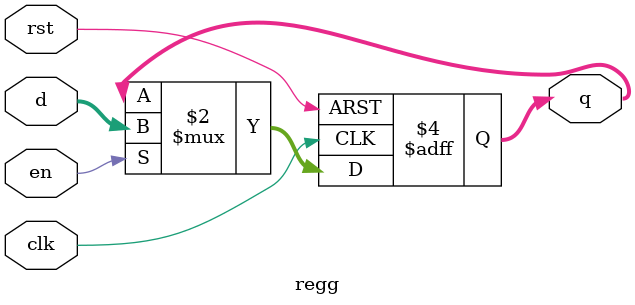
<source format=sv>
module regg #(
    parameter WIDTH = 16
)(
    input  logic               clk,
    input  logic               rst,
    input  logic               en,
    input  logic [WIDTH-1:0]   d,
    output logic [WIDTH-1:0]   q
);
    always_ff @(posedge clk or posedge rst) begin
        if (rst)
            q <= '0;
        else if (en)
            q <= d;
    end
endmodule

</source>
